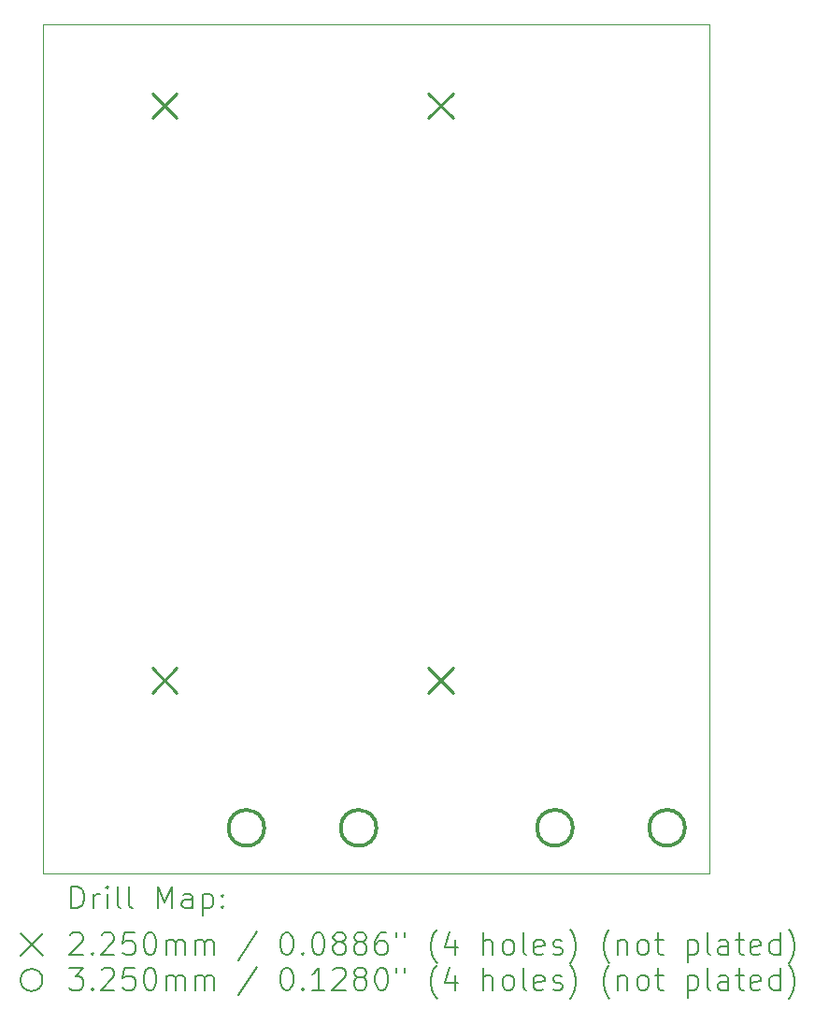
<source format=gbr>
%TF.GenerationSoftware,KiCad,Pcbnew,7.0.10*%
%TF.CreationDate,2024-04-02T13:30:31+02:00*%
%TF.ProjectId,carte pami,63617274-6520-4706-916d-692e6b696361,rev?*%
%TF.SameCoordinates,Original*%
%TF.FileFunction,Drillmap*%
%TF.FilePolarity,Positive*%
%FSLAX45Y45*%
G04 Gerber Fmt 4.5, Leading zero omitted, Abs format (unit mm)*
G04 Created by KiCad (PCBNEW 7.0.10) date 2024-04-02 13:30:31*
%MOMM*%
%LPD*%
G01*
G04 APERTURE LIST*
%ADD10C,0.100000*%
%ADD11C,0.200000*%
%ADD12C,0.225000*%
%ADD13C,0.325000*%
G04 APERTURE END LIST*
D10*
X9398000Y-4286250D02*
X15430500Y-4286250D01*
X15430500Y-11969750D01*
X9398000Y-11969750D01*
X9398000Y-4286250D01*
D11*
D12*
X10385000Y-4907500D02*
X10610000Y-5132500D01*
X10610000Y-4907500D02*
X10385000Y-5132500D01*
X10385000Y-10107500D02*
X10610000Y-10332500D01*
X10610000Y-10107500D02*
X10385000Y-10332500D01*
X12885000Y-4907500D02*
X13110000Y-5132500D01*
X13110000Y-4907500D02*
X12885000Y-5132500D01*
X12885000Y-10107500D02*
X13110000Y-10332500D01*
X13110000Y-10107500D02*
X12885000Y-10332500D01*
D13*
X11402000Y-11558000D02*
G75*
G03*
X11077000Y-11558000I-162500J0D01*
G01*
X11077000Y-11558000D02*
G75*
G03*
X11402000Y-11558000I162500J0D01*
G01*
X12418000Y-11558000D02*
G75*
G03*
X12093000Y-11558000I-162500J0D01*
G01*
X12093000Y-11558000D02*
G75*
G03*
X12418000Y-11558000I162500J0D01*
G01*
X14196000Y-11557000D02*
G75*
G03*
X13871000Y-11557000I-162500J0D01*
G01*
X13871000Y-11557000D02*
G75*
G03*
X14196000Y-11557000I162500J0D01*
G01*
X15212000Y-11557000D02*
G75*
G03*
X14887000Y-11557000I-162500J0D01*
G01*
X14887000Y-11557000D02*
G75*
G03*
X15212000Y-11557000I162500J0D01*
G01*
D11*
X9653777Y-12286234D02*
X9653777Y-12086234D01*
X9653777Y-12086234D02*
X9701396Y-12086234D01*
X9701396Y-12086234D02*
X9729967Y-12095758D01*
X9729967Y-12095758D02*
X9749015Y-12114805D01*
X9749015Y-12114805D02*
X9758539Y-12133853D01*
X9758539Y-12133853D02*
X9768063Y-12171948D01*
X9768063Y-12171948D02*
X9768063Y-12200519D01*
X9768063Y-12200519D02*
X9758539Y-12238615D01*
X9758539Y-12238615D02*
X9749015Y-12257662D01*
X9749015Y-12257662D02*
X9729967Y-12276710D01*
X9729967Y-12276710D02*
X9701396Y-12286234D01*
X9701396Y-12286234D02*
X9653777Y-12286234D01*
X9853777Y-12286234D02*
X9853777Y-12152900D01*
X9853777Y-12190996D02*
X9863301Y-12171948D01*
X9863301Y-12171948D02*
X9872824Y-12162424D01*
X9872824Y-12162424D02*
X9891872Y-12152900D01*
X9891872Y-12152900D02*
X9910920Y-12152900D01*
X9977586Y-12286234D02*
X9977586Y-12152900D01*
X9977586Y-12086234D02*
X9968063Y-12095758D01*
X9968063Y-12095758D02*
X9977586Y-12105281D01*
X9977586Y-12105281D02*
X9987110Y-12095758D01*
X9987110Y-12095758D02*
X9977586Y-12086234D01*
X9977586Y-12086234D02*
X9977586Y-12105281D01*
X10101396Y-12286234D02*
X10082348Y-12276710D01*
X10082348Y-12276710D02*
X10072824Y-12257662D01*
X10072824Y-12257662D02*
X10072824Y-12086234D01*
X10206158Y-12286234D02*
X10187110Y-12276710D01*
X10187110Y-12276710D02*
X10177586Y-12257662D01*
X10177586Y-12257662D02*
X10177586Y-12086234D01*
X10434729Y-12286234D02*
X10434729Y-12086234D01*
X10434729Y-12086234D02*
X10501396Y-12229091D01*
X10501396Y-12229091D02*
X10568063Y-12086234D01*
X10568063Y-12086234D02*
X10568063Y-12286234D01*
X10749015Y-12286234D02*
X10749015Y-12181472D01*
X10749015Y-12181472D02*
X10739491Y-12162424D01*
X10739491Y-12162424D02*
X10720444Y-12152900D01*
X10720444Y-12152900D02*
X10682348Y-12152900D01*
X10682348Y-12152900D02*
X10663301Y-12162424D01*
X10749015Y-12276710D02*
X10729967Y-12286234D01*
X10729967Y-12286234D02*
X10682348Y-12286234D01*
X10682348Y-12286234D02*
X10663301Y-12276710D01*
X10663301Y-12276710D02*
X10653777Y-12257662D01*
X10653777Y-12257662D02*
X10653777Y-12238615D01*
X10653777Y-12238615D02*
X10663301Y-12219567D01*
X10663301Y-12219567D02*
X10682348Y-12210043D01*
X10682348Y-12210043D02*
X10729967Y-12210043D01*
X10729967Y-12210043D02*
X10749015Y-12200519D01*
X10844253Y-12152900D02*
X10844253Y-12352900D01*
X10844253Y-12162424D02*
X10863301Y-12152900D01*
X10863301Y-12152900D02*
X10901396Y-12152900D01*
X10901396Y-12152900D02*
X10920444Y-12162424D01*
X10920444Y-12162424D02*
X10929967Y-12171948D01*
X10929967Y-12171948D02*
X10939491Y-12190996D01*
X10939491Y-12190996D02*
X10939491Y-12248138D01*
X10939491Y-12248138D02*
X10929967Y-12267186D01*
X10929967Y-12267186D02*
X10920444Y-12276710D01*
X10920444Y-12276710D02*
X10901396Y-12286234D01*
X10901396Y-12286234D02*
X10863301Y-12286234D01*
X10863301Y-12286234D02*
X10844253Y-12276710D01*
X11025205Y-12267186D02*
X11034729Y-12276710D01*
X11034729Y-12276710D02*
X11025205Y-12286234D01*
X11025205Y-12286234D02*
X11015682Y-12276710D01*
X11015682Y-12276710D02*
X11025205Y-12267186D01*
X11025205Y-12267186D02*
X11025205Y-12286234D01*
X11025205Y-12162424D02*
X11034729Y-12171948D01*
X11034729Y-12171948D02*
X11025205Y-12181472D01*
X11025205Y-12181472D02*
X11015682Y-12171948D01*
X11015682Y-12171948D02*
X11025205Y-12162424D01*
X11025205Y-12162424D02*
X11025205Y-12181472D01*
X9193000Y-12514750D02*
X9393000Y-12714750D01*
X9393000Y-12514750D02*
X9193000Y-12714750D01*
X9644253Y-12525281D02*
X9653777Y-12515758D01*
X9653777Y-12515758D02*
X9672824Y-12506234D01*
X9672824Y-12506234D02*
X9720444Y-12506234D01*
X9720444Y-12506234D02*
X9739491Y-12515758D01*
X9739491Y-12515758D02*
X9749015Y-12525281D01*
X9749015Y-12525281D02*
X9758539Y-12544329D01*
X9758539Y-12544329D02*
X9758539Y-12563377D01*
X9758539Y-12563377D02*
X9749015Y-12591948D01*
X9749015Y-12591948D02*
X9634729Y-12706234D01*
X9634729Y-12706234D02*
X9758539Y-12706234D01*
X9844253Y-12687186D02*
X9853777Y-12696710D01*
X9853777Y-12696710D02*
X9844253Y-12706234D01*
X9844253Y-12706234D02*
X9834729Y-12696710D01*
X9834729Y-12696710D02*
X9844253Y-12687186D01*
X9844253Y-12687186D02*
X9844253Y-12706234D01*
X9929967Y-12525281D02*
X9939491Y-12515758D01*
X9939491Y-12515758D02*
X9958539Y-12506234D01*
X9958539Y-12506234D02*
X10006158Y-12506234D01*
X10006158Y-12506234D02*
X10025205Y-12515758D01*
X10025205Y-12515758D02*
X10034729Y-12525281D01*
X10034729Y-12525281D02*
X10044253Y-12544329D01*
X10044253Y-12544329D02*
X10044253Y-12563377D01*
X10044253Y-12563377D02*
X10034729Y-12591948D01*
X10034729Y-12591948D02*
X9920444Y-12706234D01*
X9920444Y-12706234D02*
X10044253Y-12706234D01*
X10225205Y-12506234D02*
X10129967Y-12506234D01*
X10129967Y-12506234D02*
X10120444Y-12601472D01*
X10120444Y-12601472D02*
X10129967Y-12591948D01*
X10129967Y-12591948D02*
X10149015Y-12582424D01*
X10149015Y-12582424D02*
X10196634Y-12582424D01*
X10196634Y-12582424D02*
X10215682Y-12591948D01*
X10215682Y-12591948D02*
X10225205Y-12601472D01*
X10225205Y-12601472D02*
X10234729Y-12620519D01*
X10234729Y-12620519D02*
X10234729Y-12668138D01*
X10234729Y-12668138D02*
X10225205Y-12687186D01*
X10225205Y-12687186D02*
X10215682Y-12696710D01*
X10215682Y-12696710D02*
X10196634Y-12706234D01*
X10196634Y-12706234D02*
X10149015Y-12706234D01*
X10149015Y-12706234D02*
X10129967Y-12696710D01*
X10129967Y-12696710D02*
X10120444Y-12687186D01*
X10358539Y-12506234D02*
X10377586Y-12506234D01*
X10377586Y-12506234D02*
X10396634Y-12515758D01*
X10396634Y-12515758D02*
X10406158Y-12525281D01*
X10406158Y-12525281D02*
X10415682Y-12544329D01*
X10415682Y-12544329D02*
X10425205Y-12582424D01*
X10425205Y-12582424D02*
X10425205Y-12630043D01*
X10425205Y-12630043D02*
X10415682Y-12668138D01*
X10415682Y-12668138D02*
X10406158Y-12687186D01*
X10406158Y-12687186D02*
X10396634Y-12696710D01*
X10396634Y-12696710D02*
X10377586Y-12706234D01*
X10377586Y-12706234D02*
X10358539Y-12706234D01*
X10358539Y-12706234D02*
X10339491Y-12696710D01*
X10339491Y-12696710D02*
X10329967Y-12687186D01*
X10329967Y-12687186D02*
X10320444Y-12668138D01*
X10320444Y-12668138D02*
X10310920Y-12630043D01*
X10310920Y-12630043D02*
X10310920Y-12582424D01*
X10310920Y-12582424D02*
X10320444Y-12544329D01*
X10320444Y-12544329D02*
X10329967Y-12525281D01*
X10329967Y-12525281D02*
X10339491Y-12515758D01*
X10339491Y-12515758D02*
X10358539Y-12506234D01*
X10510920Y-12706234D02*
X10510920Y-12572900D01*
X10510920Y-12591948D02*
X10520444Y-12582424D01*
X10520444Y-12582424D02*
X10539491Y-12572900D01*
X10539491Y-12572900D02*
X10568063Y-12572900D01*
X10568063Y-12572900D02*
X10587110Y-12582424D01*
X10587110Y-12582424D02*
X10596634Y-12601472D01*
X10596634Y-12601472D02*
X10596634Y-12706234D01*
X10596634Y-12601472D02*
X10606158Y-12582424D01*
X10606158Y-12582424D02*
X10625205Y-12572900D01*
X10625205Y-12572900D02*
X10653777Y-12572900D01*
X10653777Y-12572900D02*
X10672825Y-12582424D01*
X10672825Y-12582424D02*
X10682348Y-12601472D01*
X10682348Y-12601472D02*
X10682348Y-12706234D01*
X10777586Y-12706234D02*
X10777586Y-12572900D01*
X10777586Y-12591948D02*
X10787110Y-12582424D01*
X10787110Y-12582424D02*
X10806158Y-12572900D01*
X10806158Y-12572900D02*
X10834729Y-12572900D01*
X10834729Y-12572900D02*
X10853777Y-12582424D01*
X10853777Y-12582424D02*
X10863301Y-12601472D01*
X10863301Y-12601472D02*
X10863301Y-12706234D01*
X10863301Y-12601472D02*
X10872825Y-12582424D01*
X10872825Y-12582424D02*
X10891872Y-12572900D01*
X10891872Y-12572900D02*
X10920444Y-12572900D01*
X10920444Y-12572900D02*
X10939491Y-12582424D01*
X10939491Y-12582424D02*
X10949015Y-12601472D01*
X10949015Y-12601472D02*
X10949015Y-12706234D01*
X11339491Y-12496710D02*
X11168063Y-12753853D01*
X11596634Y-12506234D02*
X11615682Y-12506234D01*
X11615682Y-12506234D02*
X11634729Y-12515758D01*
X11634729Y-12515758D02*
X11644253Y-12525281D01*
X11644253Y-12525281D02*
X11653777Y-12544329D01*
X11653777Y-12544329D02*
X11663301Y-12582424D01*
X11663301Y-12582424D02*
X11663301Y-12630043D01*
X11663301Y-12630043D02*
X11653777Y-12668138D01*
X11653777Y-12668138D02*
X11644253Y-12687186D01*
X11644253Y-12687186D02*
X11634729Y-12696710D01*
X11634729Y-12696710D02*
X11615682Y-12706234D01*
X11615682Y-12706234D02*
X11596634Y-12706234D01*
X11596634Y-12706234D02*
X11577586Y-12696710D01*
X11577586Y-12696710D02*
X11568063Y-12687186D01*
X11568063Y-12687186D02*
X11558539Y-12668138D01*
X11558539Y-12668138D02*
X11549015Y-12630043D01*
X11549015Y-12630043D02*
X11549015Y-12582424D01*
X11549015Y-12582424D02*
X11558539Y-12544329D01*
X11558539Y-12544329D02*
X11568063Y-12525281D01*
X11568063Y-12525281D02*
X11577586Y-12515758D01*
X11577586Y-12515758D02*
X11596634Y-12506234D01*
X11749015Y-12687186D02*
X11758539Y-12696710D01*
X11758539Y-12696710D02*
X11749015Y-12706234D01*
X11749015Y-12706234D02*
X11739491Y-12696710D01*
X11739491Y-12696710D02*
X11749015Y-12687186D01*
X11749015Y-12687186D02*
X11749015Y-12706234D01*
X11882348Y-12506234D02*
X11901396Y-12506234D01*
X11901396Y-12506234D02*
X11920444Y-12515758D01*
X11920444Y-12515758D02*
X11929967Y-12525281D01*
X11929967Y-12525281D02*
X11939491Y-12544329D01*
X11939491Y-12544329D02*
X11949015Y-12582424D01*
X11949015Y-12582424D02*
X11949015Y-12630043D01*
X11949015Y-12630043D02*
X11939491Y-12668138D01*
X11939491Y-12668138D02*
X11929967Y-12687186D01*
X11929967Y-12687186D02*
X11920444Y-12696710D01*
X11920444Y-12696710D02*
X11901396Y-12706234D01*
X11901396Y-12706234D02*
X11882348Y-12706234D01*
X11882348Y-12706234D02*
X11863301Y-12696710D01*
X11863301Y-12696710D02*
X11853777Y-12687186D01*
X11853777Y-12687186D02*
X11844253Y-12668138D01*
X11844253Y-12668138D02*
X11834729Y-12630043D01*
X11834729Y-12630043D02*
X11834729Y-12582424D01*
X11834729Y-12582424D02*
X11844253Y-12544329D01*
X11844253Y-12544329D02*
X11853777Y-12525281D01*
X11853777Y-12525281D02*
X11863301Y-12515758D01*
X11863301Y-12515758D02*
X11882348Y-12506234D01*
X12063301Y-12591948D02*
X12044253Y-12582424D01*
X12044253Y-12582424D02*
X12034729Y-12572900D01*
X12034729Y-12572900D02*
X12025206Y-12553853D01*
X12025206Y-12553853D02*
X12025206Y-12544329D01*
X12025206Y-12544329D02*
X12034729Y-12525281D01*
X12034729Y-12525281D02*
X12044253Y-12515758D01*
X12044253Y-12515758D02*
X12063301Y-12506234D01*
X12063301Y-12506234D02*
X12101396Y-12506234D01*
X12101396Y-12506234D02*
X12120444Y-12515758D01*
X12120444Y-12515758D02*
X12129967Y-12525281D01*
X12129967Y-12525281D02*
X12139491Y-12544329D01*
X12139491Y-12544329D02*
X12139491Y-12553853D01*
X12139491Y-12553853D02*
X12129967Y-12572900D01*
X12129967Y-12572900D02*
X12120444Y-12582424D01*
X12120444Y-12582424D02*
X12101396Y-12591948D01*
X12101396Y-12591948D02*
X12063301Y-12591948D01*
X12063301Y-12591948D02*
X12044253Y-12601472D01*
X12044253Y-12601472D02*
X12034729Y-12610996D01*
X12034729Y-12610996D02*
X12025206Y-12630043D01*
X12025206Y-12630043D02*
X12025206Y-12668138D01*
X12025206Y-12668138D02*
X12034729Y-12687186D01*
X12034729Y-12687186D02*
X12044253Y-12696710D01*
X12044253Y-12696710D02*
X12063301Y-12706234D01*
X12063301Y-12706234D02*
X12101396Y-12706234D01*
X12101396Y-12706234D02*
X12120444Y-12696710D01*
X12120444Y-12696710D02*
X12129967Y-12687186D01*
X12129967Y-12687186D02*
X12139491Y-12668138D01*
X12139491Y-12668138D02*
X12139491Y-12630043D01*
X12139491Y-12630043D02*
X12129967Y-12610996D01*
X12129967Y-12610996D02*
X12120444Y-12601472D01*
X12120444Y-12601472D02*
X12101396Y-12591948D01*
X12253777Y-12591948D02*
X12234729Y-12582424D01*
X12234729Y-12582424D02*
X12225206Y-12572900D01*
X12225206Y-12572900D02*
X12215682Y-12553853D01*
X12215682Y-12553853D02*
X12215682Y-12544329D01*
X12215682Y-12544329D02*
X12225206Y-12525281D01*
X12225206Y-12525281D02*
X12234729Y-12515758D01*
X12234729Y-12515758D02*
X12253777Y-12506234D01*
X12253777Y-12506234D02*
X12291872Y-12506234D01*
X12291872Y-12506234D02*
X12310920Y-12515758D01*
X12310920Y-12515758D02*
X12320444Y-12525281D01*
X12320444Y-12525281D02*
X12329967Y-12544329D01*
X12329967Y-12544329D02*
X12329967Y-12553853D01*
X12329967Y-12553853D02*
X12320444Y-12572900D01*
X12320444Y-12572900D02*
X12310920Y-12582424D01*
X12310920Y-12582424D02*
X12291872Y-12591948D01*
X12291872Y-12591948D02*
X12253777Y-12591948D01*
X12253777Y-12591948D02*
X12234729Y-12601472D01*
X12234729Y-12601472D02*
X12225206Y-12610996D01*
X12225206Y-12610996D02*
X12215682Y-12630043D01*
X12215682Y-12630043D02*
X12215682Y-12668138D01*
X12215682Y-12668138D02*
X12225206Y-12687186D01*
X12225206Y-12687186D02*
X12234729Y-12696710D01*
X12234729Y-12696710D02*
X12253777Y-12706234D01*
X12253777Y-12706234D02*
X12291872Y-12706234D01*
X12291872Y-12706234D02*
X12310920Y-12696710D01*
X12310920Y-12696710D02*
X12320444Y-12687186D01*
X12320444Y-12687186D02*
X12329967Y-12668138D01*
X12329967Y-12668138D02*
X12329967Y-12630043D01*
X12329967Y-12630043D02*
X12320444Y-12610996D01*
X12320444Y-12610996D02*
X12310920Y-12601472D01*
X12310920Y-12601472D02*
X12291872Y-12591948D01*
X12501396Y-12506234D02*
X12463301Y-12506234D01*
X12463301Y-12506234D02*
X12444253Y-12515758D01*
X12444253Y-12515758D02*
X12434729Y-12525281D01*
X12434729Y-12525281D02*
X12415682Y-12553853D01*
X12415682Y-12553853D02*
X12406158Y-12591948D01*
X12406158Y-12591948D02*
X12406158Y-12668138D01*
X12406158Y-12668138D02*
X12415682Y-12687186D01*
X12415682Y-12687186D02*
X12425206Y-12696710D01*
X12425206Y-12696710D02*
X12444253Y-12706234D01*
X12444253Y-12706234D02*
X12482348Y-12706234D01*
X12482348Y-12706234D02*
X12501396Y-12696710D01*
X12501396Y-12696710D02*
X12510920Y-12687186D01*
X12510920Y-12687186D02*
X12520444Y-12668138D01*
X12520444Y-12668138D02*
X12520444Y-12620519D01*
X12520444Y-12620519D02*
X12510920Y-12601472D01*
X12510920Y-12601472D02*
X12501396Y-12591948D01*
X12501396Y-12591948D02*
X12482348Y-12582424D01*
X12482348Y-12582424D02*
X12444253Y-12582424D01*
X12444253Y-12582424D02*
X12425206Y-12591948D01*
X12425206Y-12591948D02*
X12415682Y-12601472D01*
X12415682Y-12601472D02*
X12406158Y-12620519D01*
X12596634Y-12506234D02*
X12596634Y-12544329D01*
X12672825Y-12506234D02*
X12672825Y-12544329D01*
X12968063Y-12782424D02*
X12958539Y-12772900D01*
X12958539Y-12772900D02*
X12939491Y-12744329D01*
X12939491Y-12744329D02*
X12929968Y-12725281D01*
X12929968Y-12725281D02*
X12920444Y-12696710D01*
X12920444Y-12696710D02*
X12910920Y-12649091D01*
X12910920Y-12649091D02*
X12910920Y-12610996D01*
X12910920Y-12610996D02*
X12920444Y-12563377D01*
X12920444Y-12563377D02*
X12929968Y-12534805D01*
X12929968Y-12534805D02*
X12939491Y-12515758D01*
X12939491Y-12515758D02*
X12958539Y-12487186D01*
X12958539Y-12487186D02*
X12968063Y-12477662D01*
X13129968Y-12572900D02*
X13129968Y-12706234D01*
X13082348Y-12496710D02*
X13034729Y-12639567D01*
X13034729Y-12639567D02*
X13158539Y-12639567D01*
X13387110Y-12706234D02*
X13387110Y-12506234D01*
X13472825Y-12706234D02*
X13472825Y-12601472D01*
X13472825Y-12601472D02*
X13463301Y-12582424D01*
X13463301Y-12582424D02*
X13444253Y-12572900D01*
X13444253Y-12572900D02*
X13415682Y-12572900D01*
X13415682Y-12572900D02*
X13396634Y-12582424D01*
X13396634Y-12582424D02*
X13387110Y-12591948D01*
X13596634Y-12706234D02*
X13577587Y-12696710D01*
X13577587Y-12696710D02*
X13568063Y-12687186D01*
X13568063Y-12687186D02*
X13558539Y-12668138D01*
X13558539Y-12668138D02*
X13558539Y-12610996D01*
X13558539Y-12610996D02*
X13568063Y-12591948D01*
X13568063Y-12591948D02*
X13577587Y-12582424D01*
X13577587Y-12582424D02*
X13596634Y-12572900D01*
X13596634Y-12572900D02*
X13625206Y-12572900D01*
X13625206Y-12572900D02*
X13644253Y-12582424D01*
X13644253Y-12582424D02*
X13653777Y-12591948D01*
X13653777Y-12591948D02*
X13663301Y-12610996D01*
X13663301Y-12610996D02*
X13663301Y-12668138D01*
X13663301Y-12668138D02*
X13653777Y-12687186D01*
X13653777Y-12687186D02*
X13644253Y-12696710D01*
X13644253Y-12696710D02*
X13625206Y-12706234D01*
X13625206Y-12706234D02*
X13596634Y-12706234D01*
X13777587Y-12706234D02*
X13758539Y-12696710D01*
X13758539Y-12696710D02*
X13749015Y-12677662D01*
X13749015Y-12677662D02*
X13749015Y-12506234D01*
X13929968Y-12696710D02*
X13910920Y-12706234D01*
X13910920Y-12706234D02*
X13872825Y-12706234D01*
X13872825Y-12706234D02*
X13853777Y-12696710D01*
X13853777Y-12696710D02*
X13844253Y-12677662D01*
X13844253Y-12677662D02*
X13844253Y-12601472D01*
X13844253Y-12601472D02*
X13853777Y-12582424D01*
X13853777Y-12582424D02*
X13872825Y-12572900D01*
X13872825Y-12572900D02*
X13910920Y-12572900D01*
X13910920Y-12572900D02*
X13929968Y-12582424D01*
X13929968Y-12582424D02*
X13939491Y-12601472D01*
X13939491Y-12601472D02*
X13939491Y-12620519D01*
X13939491Y-12620519D02*
X13844253Y-12639567D01*
X14015682Y-12696710D02*
X14034730Y-12706234D01*
X14034730Y-12706234D02*
X14072825Y-12706234D01*
X14072825Y-12706234D02*
X14091872Y-12696710D01*
X14091872Y-12696710D02*
X14101396Y-12677662D01*
X14101396Y-12677662D02*
X14101396Y-12668138D01*
X14101396Y-12668138D02*
X14091872Y-12649091D01*
X14091872Y-12649091D02*
X14072825Y-12639567D01*
X14072825Y-12639567D02*
X14044253Y-12639567D01*
X14044253Y-12639567D02*
X14025206Y-12630043D01*
X14025206Y-12630043D02*
X14015682Y-12610996D01*
X14015682Y-12610996D02*
X14015682Y-12601472D01*
X14015682Y-12601472D02*
X14025206Y-12582424D01*
X14025206Y-12582424D02*
X14044253Y-12572900D01*
X14044253Y-12572900D02*
X14072825Y-12572900D01*
X14072825Y-12572900D02*
X14091872Y-12582424D01*
X14168063Y-12782424D02*
X14177587Y-12772900D01*
X14177587Y-12772900D02*
X14196634Y-12744329D01*
X14196634Y-12744329D02*
X14206158Y-12725281D01*
X14206158Y-12725281D02*
X14215682Y-12696710D01*
X14215682Y-12696710D02*
X14225206Y-12649091D01*
X14225206Y-12649091D02*
X14225206Y-12610996D01*
X14225206Y-12610996D02*
X14215682Y-12563377D01*
X14215682Y-12563377D02*
X14206158Y-12534805D01*
X14206158Y-12534805D02*
X14196634Y-12515758D01*
X14196634Y-12515758D02*
X14177587Y-12487186D01*
X14177587Y-12487186D02*
X14168063Y-12477662D01*
X14529968Y-12782424D02*
X14520444Y-12772900D01*
X14520444Y-12772900D02*
X14501396Y-12744329D01*
X14501396Y-12744329D02*
X14491872Y-12725281D01*
X14491872Y-12725281D02*
X14482349Y-12696710D01*
X14482349Y-12696710D02*
X14472825Y-12649091D01*
X14472825Y-12649091D02*
X14472825Y-12610996D01*
X14472825Y-12610996D02*
X14482349Y-12563377D01*
X14482349Y-12563377D02*
X14491872Y-12534805D01*
X14491872Y-12534805D02*
X14501396Y-12515758D01*
X14501396Y-12515758D02*
X14520444Y-12487186D01*
X14520444Y-12487186D02*
X14529968Y-12477662D01*
X14606158Y-12572900D02*
X14606158Y-12706234D01*
X14606158Y-12591948D02*
X14615682Y-12582424D01*
X14615682Y-12582424D02*
X14634730Y-12572900D01*
X14634730Y-12572900D02*
X14663301Y-12572900D01*
X14663301Y-12572900D02*
X14682349Y-12582424D01*
X14682349Y-12582424D02*
X14691872Y-12601472D01*
X14691872Y-12601472D02*
X14691872Y-12706234D01*
X14815682Y-12706234D02*
X14796634Y-12696710D01*
X14796634Y-12696710D02*
X14787111Y-12687186D01*
X14787111Y-12687186D02*
X14777587Y-12668138D01*
X14777587Y-12668138D02*
X14777587Y-12610996D01*
X14777587Y-12610996D02*
X14787111Y-12591948D01*
X14787111Y-12591948D02*
X14796634Y-12582424D01*
X14796634Y-12582424D02*
X14815682Y-12572900D01*
X14815682Y-12572900D02*
X14844253Y-12572900D01*
X14844253Y-12572900D02*
X14863301Y-12582424D01*
X14863301Y-12582424D02*
X14872825Y-12591948D01*
X14872825Y-12591948D02*
X14882349Y-12610996D01*
X14882349Y-12610996D02*
X14882349Y-12668138D01*
X14882349Y-12668138D02*
X14872825Y-12687186D01*
X14872825Y-12687186D02*
X14863301Y-12696710D01*
X14863301Y-12696710D02*
X14844253Y-12706234D01*
X14844253Y-12706234D02*
X14815682Y-12706234D01*
X14939492Y-12572900D02*
X15015682Y-12572900D01*
X14968063Y-12506234D02*
X14968063Y-12677662D01*
X14968063Y-12677662D02*
X14977587Y-12696710D01*
X14977587Y-12696710D02*
X14996634Y-12706234D01*
X14996634Y-12706234D02*
X15015682Y-12706234D01*
X15234730Y-12572900D02*
X15234730Y-12772900D01*
X15234730Y-12582424D02*
X15253777Y-12572900D01*
X15253777Y-12572900D02*
X15291873Y-12572900D01*
X15291873Y-12572900D02*
X15310920Y-12582424D01*
X15310920Y-12582424D02*
X15320444Y-12591948D01*
X15320444Y-12591948D02*
X15329968Y-12610996D01*
X15329968Y-12610996D02*
X15329968Y-12668138D01*
X15329968Y-12668138D02*
X15320444Y-12687186D01*
X15320444Y-12687186D02*
X15310920Y-12696710D01*
X15310920Y-12696710D02*
X15291873Y-12706234D01*
X15291873Y-12706234D02*
X15253777Y-12706234D01*
X15253777Y-12706234D02*
X15234730Y-12696710D01*
X15444253Y-12706234D02*
X15425206Y-12696710D01*
X15425206Y-12696710D02*
X15415682Y-12677662D01*
X15415682Y-12677662D02*
X15415682Y-12506234D01*
X15606158Y-12706234D02*
X15606158Y-12601472D01*
X15606158Y-12601472D02*
X15596634Y-12582424D01*
X15596634Y-12582424D02*
X15577587Y-12572900D01*
X15577587Y-12572900D02*
X15539492Y-12572900D01*
X15539492Y-12572900D02*
X15520444Y-12582424D01*
X15606158Y-12696710D02*
X15587111Y-12706234D01*
X15587111Y-12706234D02*
X15539492Y-12706234D01*
X15539492Y-12706234D02*
X15520444Y-12696710D01*
X15520444Y-12696710D02*
X15510920Y-12677662D01*
X15510920Y-12677662D02*
X15510920Y-12658615D01*
X15510920Y-12658615D02*
X15520444Y-12639567D01*
X15520444Y-12639567D02*
X15539492Y-12630043D01*
X15539492Y-12630043D02*
X15587111Y-12630043D01*
X15587111Y-12630043D02*
X15606158Y-12620519D01*
X15672825Y-12572900D02*
X15749015Y-12572900D01*
X15701396Y-12506234D02*
X15701396Y-12677662D01*
X15701396Y-12677662D02*
X15710920Y-12696710D01*
X15710920Y-12696710D02*
X15729968Y-12706234D01*
X15729968Y-12706234D02*
X15749015Y-12706234D01*
X15891873Y-12696710D02*
X15872825Y-12706234D01*
X15872825Y-12706234D02*
X15834730Y-12706234D01*
X15834730Y-12706234D02*
X15815682Y-12696710D01*
X15815682Y-12696710D02*
X15806158Y-12677662D01*
X15806158Y-12677662D02*
X15806158Y-12601472D01*
X15806158Y-12601472D02*
X15815682Y-12582424D01*
X15815682Y-12582424D02*
X15834730Y-12572900D01*
X15834730Y-12572900D02*
X15872825Y-12572900D01*
X15872825Y-12572900D02*
X15891873Y-12582424D01*
X15891873Y-12582424D02*
X15901396Y-12601472D01*
X15901396Y-12601472D02*
X15901396Y-12620519D01*
X15901396Y-12620519D02*
X15806158Y-12639567D01*
X16072825Y-12706234D02*
X16072825Y-12506234D01*
X16072825Y-12696710D02*
X16053777Y-12706234D01*
X16053777Y-12706234D02*
X16015682Y-12706234D01*
X16015682Y-12706234D02*
X15996634Y-12696710D01*
X15996634Y-12696710D02*
X15987111Y-12687186D01*
X15987111Y-12687186D02*
X15977587Y-12668138D01*
X15977587Y-12668138D02*
X15977587Y-12610996D01*
X15977587Y-12610996D02*
X15987111Y-12591948D01*
X15987111Y-12591948D02*
X15996634Y-12582424D01*
X15996634Y-12582424D02*
X16015682Y-12572900D01*
X16015682Y-12572900D02*
X16053777Y-12572900D01*
X16053777Y-12572900D02*
X16072825Y-12582424D01*
X16149015Y-12782424D02*
X16158539Y-12772900D01*
X16158539Y-12772900D02*
X16177587Y-12744329D01*
X16177587Y-12744329D02*
X16187111Y-12725281D01*
X16187111Y-12725281D02*
X16196634Y-12696710D01*
X16196634Y-12696710D02*
X16206158Y-12649091D01*
X16206158Y-12649091D02*
X16206158Y-12610996D01*
X16206158Y-12610996D02*
X16196634Y-12563377D01*
X16196634Y-12563377D02*
X16187111Y-12534805D01*
X16187111Y-12534805D02*
X16177587Y-12515758D01*
X16177587Y-12515758D02*
X16158539Y-12487186D01*
X16158539Y-12487186D02*
X16149015Y-12477662D01*
X9393000Y-12934750D02*
G75*
G03*
X9193000Y-12934750I-100000J0D01*
G01*
X9193000Y-12934750D02*
G75*
G03*
X9393000Y-12934750I100000J0D01*
G01*
X9634729Y-12826234D02*
X9758539Y-12826234D01*
X9758539Y-12826234D02*
X9691872Y-12902424D01*
X9691872Y-12902424D02*
X9720444Y-12902424D01*
X9720444Y-12902424D02*
X9739491Y-12911948D01*
X9739491Y-12911948D02*
X9749015Y-12921472D01*
X9749015Y-12921472D02*
X9758539Y-12940519D01*
X9758539Y-12940519D02*
X9758539Y-12988138D01*
X9758539Y-12988138D02*
X9749015Y-13007186D01*
X9749015Y-13007186D02*
X9739491Y-13016710D01*
X9739491Y-13016710D02*
X9720444Y-13026234D01*
X9720444Y-13026234D02*
X9663301Y-13026234D01*
X9663301Y-13026234D02*
X9644253Y-13016710D01*
X9644253Y-13016710D02*
X9634729Y-13007186D01*
X9844253Y-13007186D02*
X9853777Y-13016710D01*
X9853777Y-13016710D02*
X9844253Y-13026234D01*
X9844253Y-13026234D02*
X9834729Y-13016710D01*
X9834729Y-13016710D02*
X9844253Y-13007186D01*
X9844253Y-13007186D02*
X9844253Y-13026234D01*
X9929967Y-12845281D02*
X9939491Y-12835758D01*
X9939491Y-12835758D02*
X9958539Y-12826234D01*
X9958539Y-12826234D02*
X10006158Y-12826234D01*
X10006158Y-12826234D02*
X10025205Y-12835758D01*
X10025205Y-12835758D02*
X10034729Y-12845281D01*
X10034729Y-12845281D02*
X10044253Y-12864329D01*
X10044253Y-12864329D02*
X10044253Y-12883377D01*
X10044253Y-12883377D02*
X10034729Y-12911948D01*
X10034729Y-12911948D02*
X9920444Y-13026234D01*
X9920444Y-13026234D02*
X10044253Y-13026234D01*
X10225205Y-12826234D02*
X10129967Y-12826234D01*
X10129967Y-12826234D02*
X10120444Y-12921472D01*
X10120444Y-12921472D02*
X10129967Y-12911948D01*
X10129967Y-12911948D02*
X10149015Y-12902424D01*
X10149015Y-12902424D02*
X10196634Y-12902424D01*
X10196634Y-12902424D02*
X10215682Y-12911948D01*
X10215682Y-12911948D02*
X10225205Y-12921472D01*
X10225205Y-12921472D02*
X10234729Y-12940519D01*
X10234729Y-12940519D02*
X10234729Y-12988138D01*
X10234729Y-12988138D02*
X10225205Y-13007186D01*
X10225205Y-13007186D02*
X10215682Y-13016710D01*
X10215682Y-13016710D02*
X10196634Y-13026234D01*
X10196634Y-13026234D02*
X10149015Y-13026234D01*
X10149015Y-13026234D02*
X10129967Y-13016710D01*
X10129967Y-13016710D02*
X10120444Y-13007186D01*
X10358539Y-12826234D02*
X10377586Y-12826234D01*
X10377586Y-12826234D02*
X10396634Y-12835758D01*
X10396634Y-12835758D02*
X10406158Y-12845281D01*
X10406158Y-12845281D02*
X10415682Y-12864329D01*
X10415682Y-12864329D02*
X10425205Y-12902424D01*
X10425205Y-12902424D02*
X10425205Y-12950043D01*
X10425205Y-12950043D02*
X10415682Y-12988138D01*
X10415682Y-12988138D02*
X10406158Y-13007186D01*
X10406158Y-13007186D02*
X10396634Y-13016710D01*
X10396634Y-13016710D02*
X10377586Y-13026234D01*
X10377586Y-13026234D02*
X10358539Y-13026234D01*
X10358539Y-13026234D02*
X10339491Y-13016710D01*
X10339491Y-13016710D02*
X10329967Y-13007186D01*
X10329967Y-13007186D02*
X10320444Y-12988138D01*
X10320444Y-12988138D02*
X10310920Y-12950043D01*
X10310920Y-12950043D02*
X10310920Y-12902424D01*
X10310920Y-12902424D02*
X10320444Y-12864329D01*
X10320444Y-12864329D02*
X10329967Y-12845281D01*
X10329967Y-12845281D02*
X10339491Y-12835758D01*
X10339491Y-12835758D02*
X10358539Y-12826234D01*
X10510920Y-13026234D02*
X10510920Y-12892900D01*
X10510920Y-12911948D02*
X10520444Y-12902424D01*
X10520444Y-12902424D02*
X10539491Y-12892900D01*
X10539491Y-12892900D02*
X10568063Y-12892900D01*
X10568063Y-12892900D02*
X10587110Y-12902424D01*
X10587110Y-12902424D02*
X10596634Y-12921472D01*
X10596634Y-12921472D02*
X10596634Y-13026234D01*
X10596634Y-12921472D02*
X10606158Y-12902424D01*
X10606158Y-12902424D02*
X10625205Y-12892900D01*
X10625205Y-12892900D02*
X10653777Y-12892900D01*
X10653777Y-12892900D02*
X10672825Y-12902424D01*
X10672825Y-12902424D02*
X10682348Y-12921472D01*
X10682348Y-12921472D02*
X10682348Y-13026234D01*
X10777586Y-13026234D02*
X10777586Y-12892900D01*
X10777586Y-12911948D02*
X10787110Y-12902424D01*
X10787110Y-12902424D02*
X10806158Y-12892900D01*
X10806158Y-12892900D02*
X10834729Y-12892900D01*
X10834729Y-12892900D02*
X10853777Y-12902424D01*
X10853777Y-12902424D02*
X10863301Y-12921472D01*
X10863301Y-12921472D02*
X10863301Y-13026234D01*
X10863301Y-12921472D02*
X10872825Y-12902424D01*
X10872825Y-12902424D02*
X10891872Y-12892900D01*
X10891872Y-12892900D02*
X10920444Y-12892900D01*
X10920444Y-12892900D02*
X10939491Y-12902424D01*
X10939491Y-12902424D02*
X10949015Y-12921472D01*
X10949015Y-12921472D02*
X10949015Y-13026234D01*
X11339491Y-12816710D02*
X11168063Y-13073853D01*
X11596634Y-12826234D02*
X11615682Y-12826234D01*
X11615682Y-12826234D02*
X11634729Y-12835758D01*
X11634729Y-12835758D02*
X11644253Y-12845281D01*
X11644253Y-12845281D02*
X11653777Y-12864329D01*
X11653777Y-12864329D02*
X11663301Y-12902424D01*
X11663301Y-12902424D02*
X11663301Y-12950043D01*
X11663301Y-12950043D02*
X11653777Y-12988138D01*
X11653777Y-12988138D02*
X11644253Y-13007186D01*
X11644253Y-13007186D02*
X11634729Y-13016710D01*
X11634729Y-13016710D02*
X11615682Y-13026234D01*
X11615682Y-13026234D02*
X11596634Y-13026234D01*
X11596634Y-13026234D02*
X11577586Y-13016710D01*
X11577586Y-13016710D02*
X11568063Y-13007186D01*
X11568063Y-13007186D02*
X11558539Y-12988138D01*
X11558539Y-12988138D02*
X11549015Y-12950043D01*
X11549015Y-12950043D02*
X11549015Y-12902424D01*
X11549015Y-12902424D02*
X11558539Y-12864329D01*
X11558539Y-12864329D02*
X11568063Y-12845281D01*
X11568063Y-12845281D02*
X11577586Y-12835758D01*
X11577586Y-12835758D02*
X11596634Y-12826234D01*
X11749015Y-13007186D02*
X11758539Y-13016710D01*
X11758539Y-13016710D02*
X11749015Y-13026234D01*
X11749015Y-13026234D02*
X11739491Y-13016710D01*
X11739491Y-13016710D02*
X11749015Y-13007186D01*
X11749015Y-13007186D02*
X11749015Y-13026234D01*
X11949015Y-13026234D02*
X11834729Y-13026234D01*
X11891872Y-13026234D02*
X11891872Y-12826234D01*
X11891872Y-12826234D02*
X11872825Y-12854805D01*
X11872825Y-12854805D02*
X11853777Y-12873853D01*
X11853777Y-12873853D02*
X11834729Y-12883377D01*
X12025206Y-12845281D02*
X12034729Y-12835758D01*
X12034729Y-12835758D02*
X12053777Y-12826234D01*
X12053777Y-12826234D02*
X12101396Y-12826234D01*
X12101396Y-12826234D02*
X12120444Y-12835758D01*
X12120444Y-12835758D02*
X12129967Y-12845281D01*
X12129967Y-12845281D02*
X12139491Y-12864329D01*
X12139491Y-12864329D02*
X12139491Y-12883377D01*
X12139491Y-12883377D02*
X12129967Y-12911948D01*
X12129967Y-12911948D02*
X12015682Y-13026234D01*
X12015682Y-13026234D02*
X12139491Y-13026234D01*
X12253777Y-12911948D02*
X12234729Y-12902424D01*
X12234729Y-12902424D02*
X12225206Y-12892900D01*
X12225206Y-12892900D02*
X12215682Y-12873853D01*
X12215682Y-12873853D02*
X12215682Y-12864329D01*
X12215682Y-12864329D02*
X12225206Y-12845281D01*
X12225206Y-12845281D02*
X12234729Y-12835758D01*
X12234729Y-12835758D02*
X12253777Y-12826234D01*
X12253777Y-12826234D02*
X12291872Y-12826234D01*
X12291872Y-12826234D02*
X12310920Y-12835758D01*
X12310920Y-12835758D02*
X12320444Y-12845281D01*
X12320444Y-12845281D02*
X12329967Y-12864329D01*
X12329967Y-12864329D02*
X12329967Y-12873853D01*
X12329967Y-12873853D02*
X12320444Y-12892900D01*
X12320444Y-12892900D02*
X12310920Y-12902424D01*
X12310920Y-12902424D02*
X12291872Y-12911948D01*
X12291872Y-12911948D02*
X12253777Y-12911948D01*
X12253777Y-12911948D02*
X12234729Y-12921472D01*
X12234729Y-12921472D02*
X12225206Y-12930996D01*
X12225206Y-12930996D02*
X12215682Y-12950043D01*
X12215682Y-12950043D02*
X12215682Y-12988138D01*
X12215682Y-12988138D02*
X12225206Y-13007186D01*
X12225206Y-13007186D02*
X12234729Y-13016710D01*
X12234729Y-13016710D02*
X12253777Y-13026234D01*
X12253777Y-13026234D02*
X12291872Y-13026234D01*
X12291872Y-13026234D02*
X12310920Y-13016710D01*
X12310920Y-13016710D02*
X12320444Y-13007186D01*
X12320444Y-13007186D02*
X12329967Y-12988138D01*
X12329967Y-12988138D02*
X12329967Y-12950043D01*
X12329967Y-12950043D02*
X12320444Y-12930996D01*
X12320444Y-12930996D02*
X12310920Y-12921472D01*
X12310920Y-12921472D02*
X12291872Y-12911948D01*
X12453777Y-12826234D02*
X12472825Y-12826234D01*
X12472825Y-12826234D02*
X12491872Y-12835758D01*
X12491872Y-12835758D02*
X12501396Y-12845281D01*
X12501396Y-12845281D02*
X12510920Y-12864329D01*
X12510920Y-12864329D02*
X12520444Y-12902424D01*
X12520444Y-12902424D02*
X12520444Y-12950043D01*
X12520444Y-12950043D02*
X12510920Y-12988138D01*
X12510920Y-12988138D02*
X12501396Y-13007186D01*
X12501396Y-13007186D02*
X12491872Y-13016710D01*
X12491872Y-13016710D02*
X12472825Y-13026234D01*
X12472825Y-13026234D02*
X12453777Y-13026234D01*
X12453777Y-13026234D02*
X12434729Y-13016710D01*
X12434729Y-13016710D02*
X12425206Y-13007186D01*
X12425206Y-13007186D02*
X12415682Y-12988138D01*
X12415682Y-12988138D02*
X12406158Y-12950043D01*
X12406158Y-12950043D02*
X12406158Y-12902424D01*
X12406158Y-12902424D02*
X12415682Y-12864329D01*
X12415682Y-12864329D02*
X12425206Y-12845281D01*
X12425206Y-12845281D02*
X12434729Y-12835758D01*
X12434729Y-12835758D02*
X12453777Y-12826234D01*
X12596634Y-12826234D02*
X12596634Y-12864329D01*
X12672825Y-12826234D02*
X12672825Y-12864329D01*
X12968063Y-13102424D02*
X12958539Y-13092900D01*
X12958539Y-13092900D02*
X12939491Y-13064329D01*
X12939491Y-13064329D02*
X12929968Y-13045281D01*
X12929968Y-13045281D02*
X12920444Y-13016710D01*
X12920444Y-13016710D02*
X12910920Y-12969091D01*
X12910920Y-12969091D02*
X12910920Y-12930996D01*
X12910920Y-12930996D02*
X12920444Y-12883377D01*
X12920444Y-12883377D02*
X12929968Y-12854805D01*
X12929968Y-12854805D02*
X12939491Y-12835758D01*
X12939491Y-12835758D02*
X12958539Y-12807186D01*
X12958539Y-12807186D02*
X12968063Y-12797662D01*
X13129968Y-12892900D02*
X13129968Y-13026234D01*
X13082348Y-12816710D02*
X13034729Y-12959567D01*
X13034729Y-12959567D02*
X13158539Y-12959567D01*
X13387110Y-13026234D02*
X13387110Y-12826234D01*
X13472825Y-13026234D02*
X13472825Y-12921472D01*
X13472825Y-12921472D02*
X13463301Y-12902424D01*
X13463301Y-12902424D02*
X13444253Y-12892900D01*
X13444253Y-12892900D02*
X13415682Y-12892900D01*
X13415682Y-12892900D02*
X13396634Y-12902424D01*
X13396634Y-12902424D02*
X13387110Y-12911948D01*
X13596634Y-13026234D02*
X13577587Y-13016710D01*
X13577587Y-13016710D02*
X13568063Y-13007186D01*
X13568063Y-13007186D02*
X13558539Y-12988138D01*
X13558539Y-12988138D02*
X13558539Y-12930996D01*
X13558539Y-12930996D02*
X13568063Y-12911948D01*
X13568063Y-12911948D02*
X13577587Y-12902424D01*
X13577587Y-12902424D02*
X13596634Y-12892900D01*
X13596634Y-12892900D02*
X13625206Y-12892900D01*
X13625206Y-12892900D02*
X13644253Y-12902424D01*
X13644253Y-12902424D02*
X13653777Y-12911948D01*
X13653777Y-12911948D02*
X13663301Y-12930996D01*
X13663301Y-12930996D02*
X13663301Y-12988138D01*
X13663301Y-12988138D02*
X13653777Y-13007186D01*
X13653777Y-13007186D02*
X13644253Y-13016710D01*
X13644253Y-13016710D02*
X13625206Y-13026234D01*
X13625206Y-13026234D02*
X13596634Y-13026234D01*
X13777587Y-13026234D02*
X13758539Y-13016710D01*
X13758539Y-13016710D02*
X13749015Y-12997662D01*
X13749015Y-12997662D02*
X13749015Y-12826234D01*
X13929968Y-13016710D02*
X13910920Y-13026234D01*
X13910920Y-13026234D02*
X13872825Y-13026234D01*
X13872825Y-13026234D02*
X13853777Y-13016710D01*
X13853777Y-13016710D02*
X13844253Y-12997662D01*
X13844253Y-12997662D02*
X13844253Y-12921472D01*
X13844253Y-12921472D02*
X13853777Y-12902424D01*
X13853777Y-12902424D02*
X13872825Y-12892900D01*
X13872825Y-12892900D02*
X13910920Y-12892900D01*
X13910920Y-12892900D02*
X13929968Y-12902424D01*
X13929968Y-12902424D02*
X13939491Y-12921472D01*
X13939491Y-12921472D02*
X13939491Y-12940519D01*
X13939491Y-12940519D02*
X13844253Y-12959567D01*
X14015682Y-13016710D02*
X14034730Y-13026234D01*
X14034730Y-13026234D02*
X14072825Y-13026234D01*
X14072825Y-13026234D02*
X14091872Y-13016710D01*
X14091872Y-13016710D02*
X14101396Y-12997662D01*
X14101396Y-12997662D02*
X14101396Y-12988138D01*
X14101396Y-12988138D02*
X14091872Y-12969091D01*
X14091872Y-12969091D02*
X14072825Y-12959567D01*
X14072825Y-12959567D02*
X14044253Y-12959567D01*
X14044253Y-12959567D02*
X14025206Y-12950043D01*
X14025206Y-12950043D02*
X14015682Y-12930996D01*
X14015682Y-12930996D02*
X14015682Y-12921472D01*
X14015682Y-12921472D02*
X14025206Y-12902424D01*
X14025206Y-12902424D02*
X14044253Y-12892900D01*
X14044253Y-12892900D02*
X14072825Y-12892900D01*
X14072825Y-12892900D02*
X14091872Y-12902424D01*
X14168063Y-13102424D02*
X14177587Y-13092900D01*
X14177587Y-13092900D02*
X14196634Y-13064329D01*
X14196634Y-13064329D02*
X14206158Y-13045281D01*
X14206158Y-13045281D02*
X14215682Y-13016710D01*
X14215682Y-13016710D02*
X14225206Y-12969091D01*
X14225206Y-12969091D02*
X14225206Y-12930996D01*
X14225206Y-12930996D02*
X14215682Y-12883377D01*
X14215682Y-12883377D02*
X14206158Y-12854805D01*
X14206158Y-12854805D02*
X14196634Y-12835758D01*
X14196634Y-12835758D02*
X14177587Y-12807186D01*
X14177587Y-12807186D02*
X14168063Y-12797662D01*
X14529968Y-13102424D02*
X14520444Y-13092900D01*
X14520444Y-13092900D02*
X14501396Y-13064329D01*
X14501396Y-13064329D02*
X14491872Y-13045281D01*
X14491872Y-13045281D02*
X14482349Y-13016710D01*
X14482349Y-13016710D02*
X14472825Y-12969091D01*
X14472825Y-12969091D02*
X14472825Y-12930996D01*
X14472825Y-12930996D02*
X14482349Y-12883377D01*
X14482349Y-12883377D02*
X14491872Y-12854805D01*
X14491872Y-12854805D02*
X14501396Y-12835758D01*
X14501396Y-12835758D02*
X14520444Y-12807186D01*
X14520444Y-12807186D02*
X14529968Y-12797662D01*
X14606158Y-12892900D02*
X14606158Y-13026234D01*
X14606158Y-12911948D02*
X14615682Y-12902424D01*
X14615682Y-12902424D02*
X14634730Y-12892900D01*
X14634730Y-12892900D02*
X14663301Y-12892900D01*
X14663301Y-12892900D02*
X14682349Y-12902424D01*
X14682349Y-12902424D02*
X14691872Y-12921472D01*
X14691872Y-12921472D02*
X14691872Y-13026234D01*
X14815682Y-13026234D02*
X14796634Y-13016710D01*
X14796634Y-13016710D02*
X14787111Y-13007186D01*
X14787111Y-13007186D02*
X14777587Y-12988138D01*
X14777587Y-12988138D02*
X14777587Y-12930996D01*
X14777587Y-12930996D02*
X14787111Y-12911948D01*
X14787111Y-12911948D02*
X14796634Y-12902424D01*
X14796634Y-12902424D02*
X14815682Y-12892900D01*
X14815682Y-12892900D02*
X14844253Y-12892900D01*
X14844253Y-12892900D02*
X14863301Y-12902424D01*
X14863301Y-12902424D02*
X14872825Y-12911948D01*
X14872825Y-12911948D02*
X14882349Y-12930996D01*
X14882349Y-12930996D02*
X14882349Y-12988138D01*
X14882349Y-12988138D02*
X14872825Y-13007186D01*
X14872825Y-13007186D02*
X14863301Y-13016710D01*
X14863301Y-13016710D02*
X14844253Y-13026234D01*
X14844253Y-13026234D02*
X14815682Y-13026234D01*
X14939492Y-12892900D02*
X15015682Y-12892900D01*
X14968063Y-12826234D02*
X14968063Y-12997662D01*
X14968063Y-12997662D02*
X14977587Y-13016710D01*
X14977587Y-13016710D02*
X14996634Y-13026234D01*
X14996634Y-13026234D02*
X15015682Y-13026234D01*
X15234730Y-12892900D02*
X15234730Y-13092900D01*
X15234730Y-12902424D02*
X15253777Y-12892900D01*
X15253777Y-12892900D02*
X15291873Y-12892900D01*
X15291873Y-12892900D02*
X15310920Y-12902424D01*
X15310920Y-12902424D02*
X15320444Y-12911948D01*
X15320444Y-12911948D02*
X15329968Y-12930996D01*
X15329968Y-12930996D02*
X15329968Y-12988138D01*
X15329968Y-12988138D02*
X15320444Y-13007186D01*
X15320444Y-13007186D02*
X15310920Y-13016710D01*
X15310920Y-13016710D02*
X15291873Y-13026234D01*
X15291873Y-13026234D02*
X15253777Y-13026234D01*
X15253777Y-13026234D02*
X15234730Y-13016710D01*
X15444253Y-13026234D02*
X15425206Y-13016710D01*
X15425206Y-13016710D02*
X15415682Y-12997662D01*
X15415682Y-12997662D02*
X15415682Y-12826234D01*
X15606158Y-13026234D02*
X15606158Y-12921472D01*
X15606158Y-12921472D02*
X15596634Y-12902424D01*
X15596634Y-12902424D02*
X15577587Y-12892900D01*
X15577587Y-12892900D02*
X15539492Y-12892900D01*
X15539492Y-12892900D02*
X15520444Y-12902424D01*
X15606158Y-13016710D02*
X15587111Y-13026234D01*
X15587111Y-13026234D02*
X15539492Y-13026234D01*
X15539492Y-13026234D02*
X15520444Y-13016710D01*
X15520444Y-13016710D02*
X15510920Y-12997662D01*
X15510920Y-12997662D02*
X15510920Y-12978615D01*
X15510920Y-12978615D02*
X15520444Y-12959567D01*
X15520444Y-12959567D02*
X15539492Y-12950043D01*
X15539492Y-12950043D02*
X15587111Y-12950043D01*
X15587111Y-12950043D02*
X15606158Y-12940519D01*
X15672825Y-12892900D02*
X15749015Y-12892900D01*
X15701396Y-12826234D02*
X15701396Y-12997662D01*
X15701396Y-12997662D02*
X15710920Y-13016710D01*
X15710920Y-13016710D02*
X15729968Y-13026234D01*
X15729968Y-13026234D02*
X15749015Y-13026234D01*
X15891873Y-13016710D02*
X15872825Y-13026234D01*
X15872825Y-13026234D02*
X15834730Y-13026234D01*
X15834730Y-13026234D02*
X15815682Y-13016710D01*
X15815682Y-13016710D02*
X15806158Y-12997662D01*
X15806158Y-12997662D02*
X15806158Y-12921472D01*
X15806158Y-12921472D02*
X15815682Y-12902424D01*
X15815682Y-12902424D02*
X15834730Y-12892900D01*
X15834730Y-12892900D02*
X15872825Y-12892900D01*
X15872825Y-12892900D02*
X15891873Y-12902424D01*
X15891873Y-12902424D02*
X15901396Y-12921472D01*
X15901396Y-12921472D02*
X15901396Y-12940519D01*
X15901396Y-12940519D02*
X15806158Y-12959567D01*
X16072825Y-13026234D02*
X16072825Y-12826234D01*
X16072825Y-13016710D02*
X16053777Y-13026234D01*
X16053777Y-13026234D02*
X16015682Y-13026234D01*
X16015682Y-13026234D02*
X15996634Y-13016710D01*
X15996634Y-13016710D02*
X15987111Y-13007186D01*
X15987111Y-13007186D02*
X15977587Y-12988138D01*
X15977587Y-12988138D02*
X15977587Y-12930996D01*
X15977587Y-12930996D02*
X15987111Y-12911948D01*
X15987111Y-12911948D02*
X15996634Y-12902424D01*
X15996634Y-12902424D02*
X16015682Y-12892900D01*
X16015682Y-12892900D02*
X16053777Y-12892900D01*
X16053777Y-12892900D02*
X16072825Y-12902424D01*
X16149015Y-13102424D02*
X16158539Y-13092900D01*
X16158539Y-13092900D02*
X16177587Y-13064329D01*
X16177587Y-13064329D02*
X16187111Y-13045281D01*
X16187111Y-13045281D02*
X16196634Y-13016710D01*
X16196634Y-13016710D02*
X16206158Y-12969091D01*
X16206158Y-12969091D02*
X16206158Y-12930996D01*
X16206158Y-12930996D02*
X16196634Y-12883377D01*
X16196634Y-12883377D02*
X16187111Y-12854805D01*
X16187111Y-12854805D02*
X16177587Y-12835758D01*
X16177587Y-12835758D02*
X16158539Y-12807186D01*
X16158539Y-12807186D02*
X16149015Y-12797662D01*
M02*

</source>
